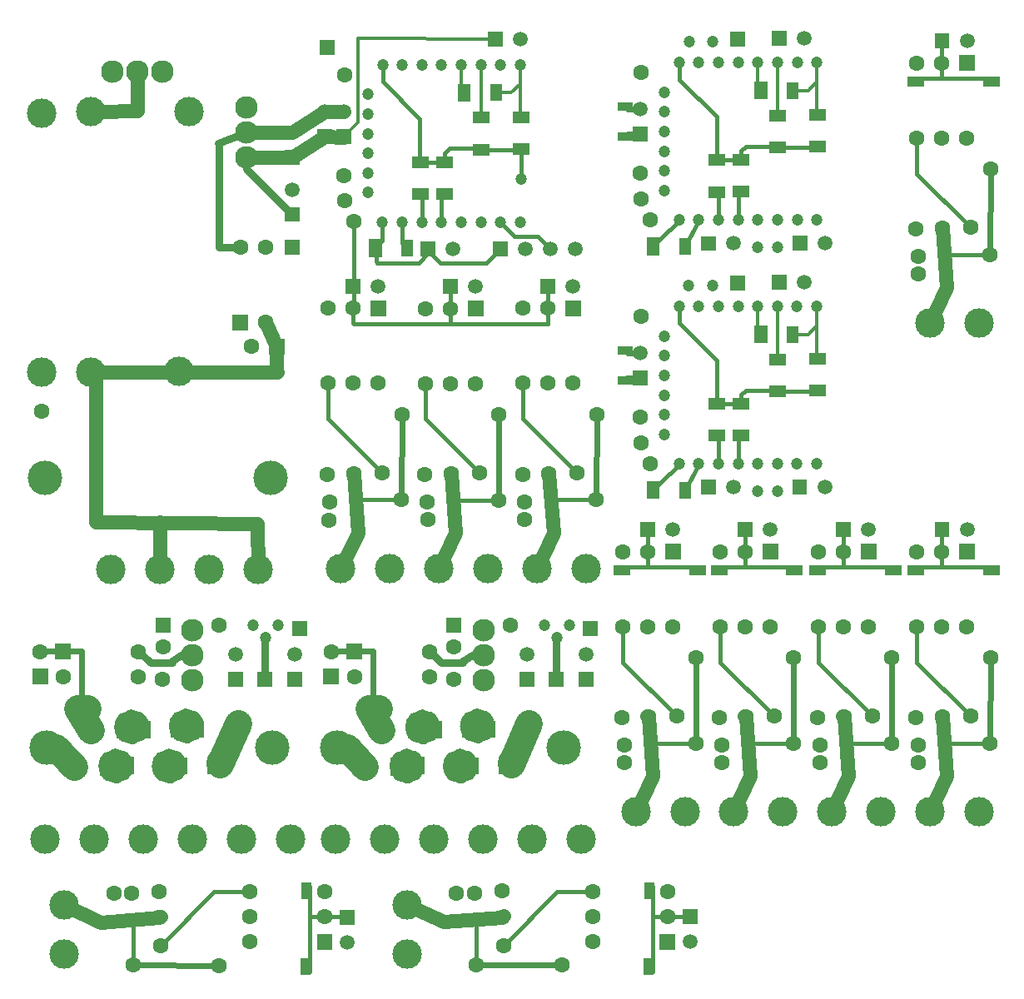
<source format=gbr>
%FSLAX34Y34*%
%MOMM*%
%LNCOPPER_BOTTOM*%
G71*
G01*
%ADD10C, 3.500*%
%ADD11C, 3.000*%
%ADD12C, 2.300*%
%ADD13C, 1.600*%
%ADD14C, 1.600*%
%ADD15C, 1.400*%
%ADD16C, 1.600*%
%ADD17C, 1.400*%
%ADD18C, 0.600*%
%ADD19C, 0.400*%
%ADD20C, 0.800*%
%ADD21C, 1.200*%
%ADD22C, 1.520*%
%ADD23R, 1.800X1.300*%
%ADD24R, 1.300X1.800*%
%ADD25C, 0.300*%
%ADD26R, 1.600X0.870*%
%ADD27R, 1.100X1.800*%
%ADD28R, 1.800X1.100*%
%ADD29C, 1.800*%
%ADD30C, 2.800*%
%ADD31C, 1.200*%
%LPD*%
X24000Y535500D02*
G54D10*
D03*
X254000Y535500D02*
G54D10*
D03*
X70492Y907800D02*
G54D11*
D03*
X170492Y907800D02*
G54D11*
D03*
X20492Y642800D02*
G54D11*
D03*
X70492Y642800D02*
G54D11*
D03*
X24000Y535500D02*
G54D10*
D03*
X254000Y535500D02*
G54D10*
D03*
X24000Y535500D02*
G54D10*
D03*
X254000Y535500D02*
G54D10*
D03*
X229092Y912000D02*
G54D12*
D03*
X229092Y886600D02*
G54D12*
D03*
X229092Y861200D02*
G54D12*
D03*
X229092Y912000D02*
G54D12*
D03*
X229092Y886600D02*
G54D12*
D03*
X229092Y861200D02*
G54D12*
D03*
X575000Y442800D02*
G54D11*
D03*
X525000Y442800D02*
G54D11*
D03*
X241000Y442300D02*
G54D11*
D03*
X191000Y442300D02*
G54D11*
D03*
G36*
X215084Y685400D02*
X215084Y701400D01*
X231084Y701400D01*
X231084Y685400D01*
X215084Y685400D01*
G37*
X248584Y693400D02*
G54D13*
D03*
X223084Y769900D02*
G54D13*
D03*
X248584Y769900D02*
G54D13*
D03*
X234386Y668598D02*
G54D14*
D03*
G36*
X267786Y660598D02*
X251786Y660598D01*
X251786Y676598D01*
X267786Y676598D01*
X267786Y660598D01*
G37*
X475000Y442800D02*
G54D11*
D03*
X425000Y442800D02*
G54D11*
D03*
X20677Y602824D02*
G54D14*
D03*
G54D15*
X241000Y442300D02*
X240600Y488700D01*
X76200Y490200D01*
X76000Y637292D01*
X70492Y642800D01*
G54D15*
X70492Y907800D02*
X77400Y907800D01*
X118000Y908800D01*
X118400Y948800D01*
X160492Y643800D02*
G54D11*
D03*
G54D15*
X70492Y642800D02*
X159492Y642800D01*
X160492Y643800D01*
X20692Y906500D02*
G54D11*
D03*
X143800Y948800D02*
G54D12*
D03*
X118400Y948800D02*
G54D12*
D03*
X93000Y948800D02*
G54D12*
D03*
X143800Y948800D02*
G54D12*
D03*
X118400Y948800D02*
G54D12*
D03*
X93000Y948800D02*
G54D12*
D03*
G54D15*
X248584Y693400D02*
X259484Y668899D01*
X259786Y668598D01*
X259786Y643914D01*
X260700Y643000D01*
X161292Y643000D01*
X160492Y643800D01*
G36*
X371200Y699600D02*
X355200Y699600D01*
X355200Y715600D01*
X371200Y715600D01*
X371200Y699600D01*
G37*
X337800Y707600D02*
G54D16*
D03*
X312400Y707600D02*
G54D16*
D03*
X312400Y631400D02*
G54D16*
D03*
X337800Y631400D02*
G54D16*
D03*
X363200Y631400D02*
G54D16*
D03*
G36*
X370200Y700600D02*
X356200Y700600D01*
X356200Y714600D01*
X370200Y714600D01*
X370200Y700600D01*
G37*
X337800Y707600D02*
G54D17*
D03*
X312400Y707600D02*
G54D17*
D03*
X312400Y631400D02*
G54D17*
D03*
X337800Y631400D02*
G54D17*
D03*
X363200Y631400D02*
G54D17*
D03*
G54D15*
X325000Y442800D02*
X342994Y479553D01*
X338231Y539436D01*
X337214Y540453D01*
G54D18*
X386509Y512896D02*
X387121Y599900D01*
X338231Y539436D02*
G54D14*
D03*
X311646Y538911D02*
G54D14*
D03*
X313743Y510842D02*
G54D14*
D03*
X386509Y512896D02*
G54D14*
D03*
X367231Y540436D02*
G54D14*
D03*
G54D19*
X312400Y631400D02*
X312400Y595267D01*
X367231Y540436D01*
G54D19*
X386509Y512896D02*
X337622Y512896D01*
X336394Y514124D01*
X387122Y599900D02*
G54D14*
D03*
X375000Y442800D02*
G54D11*
D03*
X325000Y442800D02*
G54D11*
D03*
G36*
X470225Y699471D02*
X454225Y699471D01*
X454225Y715471D01*
X470225Y715471D01*
X470225Y699471D01*
G37*
X436825Y707471D02*
G54D16*
D03*
X411425Y707471D02*
G54D16*
D03*
X411425Y631271D02*
G54D16*
D03*
X436825Y631271D02*
G54D16*
D03*
X462225Y631271D02*
G54D16*
D03*
G36*
X469225Y700471D02*
X455225Y700471D01*
X455225Y714471D01*
X469225Y714471D01*
X469225Y700471D01*
G37*
X436825Y707471D02*
G54D17*
D03*
X411425Y707471D02*
G54D17*
D03*
X411425Y631271D02*
G54D17*
D03*
X436825Y631271D02*
G54D17*
D03*
X462225Y631271D02*
G54D17*
D03*
G54D15*
X425000Y442800D02*
X442018Y479424D01*
X437256Y539307D01*
X436239Y540324D01*
G54D18*
X485534Y512768D02*
X486146Y599771D01*
X437256Y539307D02*
G54D14*
D03*
X410671Y538783D02*
G54D14*
D03*
X412768Y510713D02*
G54D14*
D03*
X485534Y512768D02*
G54D14*
D03*
X466256Y540307D02*
G54D14*
D03*
G54D19*
X411425Y631271D02*
X411425Y595138D01*
X466256Y540307D01*
G54D19*
X485534Y512768D02*
X436647Y512768D01*
X435419Y513996D01*
X486147Y599771D02*
G54D14*
D03*
G36*
X569425Y699571D02*
X553425Y699571D01*
X553425Y715571D01*
X569425Y715571D01*
X569425Y699571D01*
G37*
X536025Y707571D02*
G54D16*
D03*
X510625Y707571D02*
G54D16*
D03*
X510625Y631371D02*
G54D16*
D03*
X536025Y631371D02*
G54D16*
D03*
X561425Y631371D02*
G54D16*
D03*
G36*
X568425Y700571D02*
X554425Y700571D01*
X554425Y714571D01*
X568425Y714571D01*
X568425Y700571D01*
G37*
X536025Y707571D02*
G54D17*
D03*
X510625Y707571D02*
G54D17*
D03*
X510625Y631371D02*
G54D17*
D03*
X536025Y631371D02*
G54D17*
D03*
X561425Y631371D02*
G54D17*
D03*
G54D15*
X525000Y442800D02*
X541218Y479524D01*
X536456Y539407D01*
X535439Y540424D01*
G54D18*
X584734Y512868D02*
X585346Y599871D01*
X536456Y539407D02*
G54D14*
D03*
X509871Y538883D02*
G54D14*
D03*
X511968Y510813D02*
G54D14*
D03*
X584734Y512868D02*
G54D14*
D03*
X565456Y540407D02*
G54D14*
D03*
G54D19*
X510625Y631371D02*
X510625Y595238D01*
X565456Y540407D01*
G54D19*
X584734Y512868D02*
X535847Y512868D01*
X534619Y514096D01*
X585347Y599871D02*
G54D14*
D03*
G54D20*
X229092Y886600D02*
X200800Y875200D01*
X201100Y875500D01*
X201000Y769900D01*
X223084Y769900D01*
G54D15*
X229092Y886600D02*
X275600Y886800D01*
X308600Y907900D01*
X328222Y907909D01*
X308600Y907900D01*
G54D15*
X229092Y861200D02*
X275600Y861400D01*
X308600Y882500D01*
X328522Y881606D01*
X328922Y945322D02*
G54D14*
D03*
X328832Y817078D02*
G54D14*
D03*
X507639Y955295D02*
G54D21*
D03*
X487639Y955295D02*
G54D21*
D03*
X467639Y955295D02*
G54D21*
D03*
X447639Y955295D02*
G54D21*
D03*
X427639Y955295D02*
G54D21*
D03*
X407639Y955295D02*
G54D21*
D03*
X387639Y955295D02*
G54D21*
D03*
X367639Y955295D02*
G54D21*
D03*
X352639Y925295D02*
G54D21*
D03*
X352639Y905295D02*
G54D21*
D03*
X352639Y885295D02*
G54D21*
D03*
X352639Y865295D02*
G54D21*
D03*
X352639Y845295D02*
G54D21*
D03*
X352639Y825295D02*
G54D21*
D03*
X367600Y795500D02*
G54D21*
D03*
X387600Y795500D02*
G54D21*
D03*
X407600Y795500D02*
G54D21*
D03*
X427600Y795500D02*
G54D21*
D03*
X447600Y795500D02*
G54D21*
D03*
X467600Y795500D02*
G54D21*
D03*
X487600Y795500D02*
G54D21*
D03*
X507600Y795500D02*
G54D21*
D03*
X338000Y795600D02*
G54D14*
D03*
G54D19*
X338000Y795600D02*
X338300Y767500D01*
X338000Y707800D01*
X337800Y707600D01*
G54D19*
X338000Y692171D02*
X536000Y692171D01*
X536000Y719375D01*
X536025Y734400D01*
G54D19*
X436825Y707471D02*
X436825Y734425D01*
X437000Y734600D01*
X328122Y842878D02*
G54D14*
D03*
X313222Y492178D02*
G54D14*
D03*
X141000Y442300D02*
G54D11*
D03*
X91000Y442300D02*
G54D11*
D03*
G54D15*
X141000Y442300D02*
X141000Y489900D01*
X140900Y490000D01*
X413522Y492878D02*
G54D14*
D03*
X512322Y493278D02*
G54D14*
D03*
G36*
X267800Y795600D02*
X267800Y810800D01*
X283000Y810800D01*
X283000Y795600D01*
X267800Y795600D01*
G37*
X275400Y828600D02*
G54D22*
D03*
G36*
X267800Y777700D02*
X283000Y777700D01*
X283000Y762500D01*
X267800Y762500D01*
X267800Y777700D01*
G37*
G36*
X268000Y853800D02*
X268000Y869000D01*
X283200Y869000D01*
X283200Y853800D01*
X268000Y853800D01*
G37*
X275600Y886800D02*
G54D22*
D03*
G54D20*
X229092Y861200D02*
X229092Y849508D01*
X275400Y803200D01*
G36*
X303400Y980800D02*
X318600Y980800D01*
X318600Y965600D01*
X303400Y965600D01*
X303400Y980800D01*
G37*
G36*
X301000Y874900D02*
X301000Y890100D01*
X316200Y890100D01*
X316200Y874900D01*
X301000Y874900D01*
G37*
X308600Y907900D02*
G54D22*
D03*
G36*
X320622Y874909D02*
X320622Y890109D01*
X335822Y890109D01*
X335822Y874909D01*
X320622Y874909D01*
G37*
X328222Y907909D02*
G54D22*
D03*
G36*
X474600Y989400D02*
X489800Y989400D01*
X489800Y974200D01*
X474600Y974200D01*
X474600Y989400D01*
G37*
X507600Y981800D02*
G54D22*
D03*
G54D19*
X337800Y707600D02*
X337800Y692371D01*
X338000Y692171D01*
G54D19*
X436825Y707471D02*
X436825Y692075D01*
X437000Y691900D01*
G36*
X330300Y737600D02*
X345500Y737600D01*
X345500Y722400D01*
X330300Y722400D01*
X330300Y737600D01*
G37*
X363300Y730000D02*
G54D22*
D03*
G36*
X429400Y737600D02*
X444600Y737600D01*
X444600Y722400D01*
X429400Y722400D01*
X429400Y737600D01*
G37*
X462400Y730000D02*
G54D22*
D03*
G36*
X528300Y737600D02*
X543500Y737600D01*
X543500Y722400D01*
X528300Y722400D01*
X528300Y737600D01*
G37*
X561300Y730000D02*
G54D22*
D03*
X508401Y902216D02*
G54D23*
D03*
X508301Y869716D02*
G54D23*
D03*
X467701Y901516D02*
G54D23*
D03*
X467601Y869016D02*
G54D23*
D03*
G36*
X444212Y936028D02*
X457212Y936028D01*
X457212Y918028D01*
X444212Y918028D01*
X444212Y936028D01*
G37*
X483212Y926928D02*
G54D24*
D03*
X406101Y856416D02*
G54D23*
D03*
X406001Y823916D02*
G54D23*
D03*
X430801Y856516D02*
G54D23*
D03*
X430701Y824016D02*
G54D23*
D03*
G36*
X353912Y778028D02*
X366912Y778028D01*
X366912Y760028D01*
X353912Y760028D01*
X353912Y778028D01*
G37*
X392912Y768928D02*
G54D24*
D03*
G54D19*
X367600Y795500D02*
X367600Y776216D01*
X360412Y769028D01*
G54D19*
X387600Y795500D02*
X387600Y774239D01*
X392912Y768928D01*
G54D19*
X407600Y795500D02*
X407600Y822317D01*
X406001Y823916D01*
G54D19*
X427600Y795500D02*
X427600Y820915D01*
X430701Y824016D01*
G36*
X406200Y775500D02*
X421400Y775500D01*
X421400Y760300D01*
X406200Y760300D01*
X406200Y775500D01*
G37*
X439200Y767900D02*
G54D22*
D03*
G54D19*
X413800Y767900D02*
X413800Y763600D01*
X404100Y753900D01*
X362500Y753900D01*
X361200Y755200D01*
X361200Y768239D01*
X360412Y769028D01*
G36*
X479700Y775800D02*
X494900Y775800D01*
X494900Y760600D01*
X479700Y760600D01*
X479700Y775800D01*
G37*
X512700Y768200D02*
G54D22*
D03*
X538100Y768200D02*
G54D22*
D03*
X563500Y768200D02*
G54D22*
D03*
G54D19*
X413800Y767900D02*
X413800Y766300D01*
X426500Y753600D01*
X472700Y753600D01*
X487300Y768200D01*
G54D19*
X487600Y795500D02*
X487700Y795500D01*
X502200Y781000D01*
X525300Y781000D01*
X538100Y768200D01*
G54D25*
X467600Y955500D02*
X467600Y901617D01*
X467701Y901516D01*
G54D25*
X507600Y955500D02*
X507600Y903017D01*
X508401Y902216D01*
G54D25*
X447600Y955500D02*
X447600Y930139D01*
X450712Y927028D01*
G54D25*
X507639Y955295D02*
X507639Y935739D01*
X498800Y926900D01*
X483239Y926900D01*
X483212Y926928D01*
G54D19*
X367639Y955295D02*
X367639Y938261D01*
X405700Y900200D01*
X405700Y856817D01*
X406101Y856416D01*
X430701Y856416D01*
X430801Y856516D01*
X430801Y865701D01*
X435500Y870400D01*
X466217Y870400D01*
X467601Y869016D01*
X507601Y869016D01*
X508301Y869716D01*
X508301Y839501D01*
X508100Y839300D01*
X508301Y839501D02*
G54D21*
D03*
G54D25*
X482200Y981800D02*
X342600Y981900D01*
X342600Y897000D01*
X340800Y895200D01*
X340800Y895088D01*
X328222Y882509D01*
X630622Y947422D02*
G54D14*
D03*
X630532Y819178D02*
G54D14*
D03*
X809339Y957395D02*
G54D21*
D03*
X789339Y957395D02*
G54D21*
D03*
X769339Y957395D02*
G54D21*
D03*
X749339Y957395D02*
G54D21*
D03*
X729339Y957395D02*
G54D21*
D03*
X709339Y957395D02*
G54D21*
D03*
X689339Y957395D02*
G54D21*
D03*
X669339Y957395D02*
G54D21*
D03*
X654339Y927395D02*
G54D21*
D03*
X654339Y907395D02*
G54D21*
D03*
X654339Y887395D02*
G54D21*
D03*
X654339Y867395D02*
G54D21*
D03*
X654339Y847395D02*
G54D21*
D03*
X654339Y827395D02*
G54D21*
D03*
X669300Y797600D02*
G54D21*
D03*
X689300Y797600D02*
G54D21*
D03*
X709300Y797600D02*
G54D21*
D03*
X729300Y797600D02*
G54D21*
D03*
X749300Y797600D02*
G54D21*
D03*
X769300Y797600D02*
G54D21*
D03*
X789300Y797600D02*
G54D21*
D03*
X809300Y797600D02*
G54D21*
D03*
X639700Y797700D02*
G54D14*
D03*
X629822Y844978D02*
G54D14*
D03*
G36*
X736216Y974095D02*
X721016Y974095D01*
X721016Y989295D01*
X736216Y989295D01*
X736216Y974095D01*
G37*
X614222Y912609D02*
G54D26*
D03*
X614222Y882209D02*
G54D26*
D03*
G36*
X622322Y877009D02*
X622322Y892209D01*
X637522Y892209D01*
X637522Y877009D01*
X622322Y877009D01*
G37*
X629922Y910009D02*
G54D22*
D03*
G36*
X763300Y989500D02*
X778500Y989500D01*
X778500Y974300D01*
X763300Y974300D01*
X763300Y989500D01*
G37*
X796300Y981900D02*
G54D22*
D03*
X810101Y904316D02*
G54D23*
D03*
X810001Y871816D02*
G54D23*
D03*
X769401Y903616D02*
G54D23*
D03*
X769301Y871116D02*
G54D23*
D03*
G36*
X745912Y938128D02*
X758912Y938128D01*
X758912Y920128D01*
X745912Y920128D01*
X745912Y938128D01*
G37*
X784912Y929028D02*
G54D24*
D03*
X707801Y858516D02*
G54D23*
D03*
X707701Y826016D02*
G54D23*
D03*
X732501Y858616D02*
G54D23*
D03*
X732401Y826116D02*
G54D23*
D03*
G36*
X636212Y779728D02*
X649212Y779728D01*
X649212Y761728D01*
X636212Y761728D01*
X636212Y779728D01*
G37*
X675212Y770628D02*
G54D24*
D03*
G54D19*
X669700Y796800D02*
X649900Y777916D01*
X642712Y770728D01*
G54D19*
X689300Y797200D02*
X675212Y770628D01*
G54D19*
X709300Y797600D02*
X709300Y824417D01*
X707701Y826016D01*
G54D19*
X729300Y797600D02*
X729300Y823015D01*
X732401Y826116D01*
G36*
X691500Y781200D02*
X706700Y781200D01*
X706700Y766000D01*
X691500Y766000D01*
X691500Y781200D01*
G37*
X724500Y773600D02*
G54D22*
D03*
G54D25*
X769300Y957600D02*
X769300Y903717D01*
X769401Y903616D01*
G54D25*
X809300Y957600D02*
X809300Y905117D01*
X810101Y904316D01*
G54D25*
X749300Y957600D02*
X749300Y932239D01*
X752412Y929128D01*
G54D25*
X809339Y957395D02*
X809339Y937839D01*
X800500Y929000D01*
X784939Y929000D01*
X784912Y929028D01*
G54D19*
X669339Y957395D02*
X669339Y940361D01*
X707400Y902300D01*
X707400Y858917D01*
X707801Y858516D01*
X732401Y858516D01*
X732501Y858616D01*
X732501Y867801D01*
X737200Y872500D01*
X767917Y872500D01*
X769301Y871116D01*
X809301Y871116D01*
X810001Y871816D01*
X703239Y979195D02*
G54D21*
D03*
X679239Y979195D02*
G54D21*
D03*
X749400Y770100D02*
G54D21*
D03*
X769400Y770100D02*
G54D21*
D03*
G54D18*
X629922Y910009D02*
X616822Y910009D01*
X614222Y912609D01*
G54D18*
X629922Y884609D02*
X616622Y884609D01*
X614222Y882209D01*
G36*
X784300Y781500D02*
X799500Y781500D01*
X799500Y766300D01*
X784300Y766300D01*
X784300Y781500D01*
G37*
X817300Y773900D02*
G54D22*
D03*
X630522Y699422D02*
G54D14*
D03*
X630432Y571178D02*
G54D14*
D03*
X809239Y709395D02*
G54D21*
D03*
X789239Y709395D02*
G54D21*
D03*
X769239Y709395D02*
G54D21*
D03*
X749239Y709395D02*
G54D21*
D03*
X729239Y709395D02*
G54D21*
D03*
X709239Y709395D02*
G54D21*
D03*
X689239Y709395D02*
G54D21*
D03*
X669239Y709395D02*
G54D21*
D03*
X654239Y679395D02*
G54D21*
D03*
X654239Y659395D02*
G54D21*
D03*
X654239Y639395D02*
G54D21*
D03*
X654239Y619395D02*
G54D21*
D03*
X654239Y599395D02*
G54D21*
D03*
X654239Y579395D02*
G54D21*
D03*
X669200Y549600D02*
G54D21*
D03*
X689200Y549600D02*
G54D21*
D03*
X709200Y549600D02*
G54D21*
D03*
X729200Y549600D02*
G54D21*
D03*
X749200Y549600D02*
G54D21*
D03*
X769200Y549600D02*
G54D21*
D03*
X789200Y549600D02*
G54D21*
D03*
X809200Y549600D02*
G54D21*
D03*
X639600Y549700D02*
G54D14*
D03*
X629722Y596978D02*
G54D14*
D03*
G36*
X736116Y726095D02*
X720916Y726095D01*
X720916Y741295D01*
X736116Y741295D01*
X736116Y726095D01*
G37*
X614122Y664609D02*
G54D26*
D03*
X614122Y634209D02*
G54D26*
D03*
G36*
X622222Y629009D02*
X622222Y644209D01*
X637422Y644209D01*
X637422Y629009D01*
X622222Y629009D01*
G37*
X629822Y662009D02*
G54D22*
D03*
G36*
X763200Y741500D02*
X778400Y741500D01*
X778400Y726300D01*
X763200Y726300D01*
X763200Y741500D01*
G37*
X796200Y733900D02*
G54D22*
D03*
X810001Y656316D02*
G54D23*
D03*
X809901Y623816D02*
G54D23*
D03*
X769301Y655616D02*
G54D23*
D03*
X769201Y623116D02*
G54D23*
D03*
G36*
X745812Y690128D02*
X758812Y690128D01*
X758812Y672128D01*
X745812Y672128D01*
X745812Y690128D01*
G37*
X784812Y681028D02*
G54D24*
D03*
X707701Y610516D02*
G54D23*
D03*
X707601Y578016D02*
G54D23*
D03*
X732401Y610616D02*
G54D23*
D03*
X732301Y578116D02*
G54D23*
D03*
G36*
X636112Y531728D02*
X649112Y531728D01*
X649112Y513728D01*
X636112Y513728D01*
X636112Y531728D01*
G37*
X675112Y522628D02*
G54D24*
D03*
G54D19*
X669600Y548800D02*
X649800Y529916D01*
X642612Y522728D01*
G54D19*
X689200Y549200D02*
X675112Y522628D01*
G54D19*
X709200Y549600D02*
X709200Y576417D01*
X707601Y578016D01*
G54D19*
X729200Y549600D02*
X729200Y575015D01*
X732301Y578116D01*
G36*
X691400Y533200D02*
X706600Y533200D01*
X706600Y518000D01*
X691400Y518000D01*
X691400Y533200D01*
G37*
X724400Y525600D02*
G54D22*
D03*
G54D25*
X769200Y709600D02*
X769200Y655717D01*
X769301Y655616D01*
G54D25*
X809200Y709600D02*
X809200Y657117D01*
X810001Y656316D01*
G54D25*
X749200Y709600D02*
X749200Y684239D01*
X752312Y681128D01*
G54D25*
X809239Y709395D02*
X809239Y689839D01*
X800400Y681000D01*
X784839Y681000D01*
X784812Y681028D01*
G54D19*
X669239Y709395D02*
X669239Y692361D01*
X707300Y654300D01*
X707300Y610917D01*
X707701Y610516D01*
X732301Y610516D01*
X732401Y610616D01*
X732401Y619801D01*
X737100Y624500D01*
X767817Y624500D01*
X769201Y623116D01*
X809201Y623116D01*
X809901Y623816D01*
X703139Y731195D02*
G54D21*
D03*
X679139Y731195D02*
G54D21*
D03*
X749300Y522100D02*
G54D21*
D03*
X769300Y522100D02*
G54D21*
D03*
G54D18*
X629822Y662009D02*
X616722Y662009D01*
X614122Y664609D01*
G54D18*
X629822Y636609D02*
X616522Y636609D01*
X614122Y634209D01*
G36*
X784200Y533500D02*
X799400Y533500D01*
X799400Y518300D01*
X784200Y518300D01*
X784200Y533500D01*
G37*
X817200Y525900D02*
G54D22*
D03*
X392882Y50736D02*
G54D11*
D03*
X392882Y100736D02*
G54D11*
D03*
G36*
X649553Y55511D02*
X649553Y71511D01*
X665553Y71511D01*
X665553Y55511D01*
X649553Y55511D01*
G37*
X657553Y88911D02*
G54D16*
D03*
X657553Y114311D02*
G54D16*
D03*
X581353Y114311D02*
G54D16*
D03*
X581353Y88911D02*
G54D16*
D03*
X581353Y63511D02*
G54D16*
D03*
G36*
X650553Y56511D02*
X650553Y70511D01*
X664553Y70511D01*
X664553Y56511D01*
X650553Y56511D01*
G37*
X657553Y88911D02*
G54D17*
D03*
X657553Y114311D02*
G54D17*
D03*
X581353Y114311D02*
G54D17*
D03*
X581353Y88911D02*
G54D17*
D03*
X581353Y63511D02*
G54D17*
D03*
G54D15*
X392882Y100736D02*
X429506Y83718D01*
X489389Y88480D01*
X490406Y89497D01*
G54D18*
X462849Y40202D02*
X549853Y39590D01*
X489389Y88480D02*
G54D14*
D03*
X488864Y115066D02*
G54D14*
D03*
X460795Y112968D02*
G54D14*
D03*
X462849Y40202D02*
G54D14*
D03*
X490389Y59480D02*
G54D14*
D03*
G54D19*
X581353Y114311D02*
X545220Y114311D01*
X490389Y59480D01*
G54D19*
X462849Y40202D02*
X462849Y89089D01*
X464077Y90317D01*
X549853Y39590D02*
G54D14*
D03*
G54D19*
X657553Y88911D02*
X684507Y88911D01*
X684682Y88736D01*
X442960Y113014D02*
G54D14*
D03*
G54D19*
X657553Y88911D02*
X642157Y88911D01*
X641982Y88736D01*
G36*
X687682Y96336D02*
X687682Y81136D01*
X672482Y81136D01*
X672482Y96336D01*
X687682Y96336D01*
G37*
X680082Y63336D02*
G54D22*
D03*
G54D19*
X642082Y89136D02*
X642082Y119636D01*
G54D19*
X642082Y88936D02*
X642082Y33536D01*
X642282Y33336D01*
X638582Y115236D02*
G54D27*
D03*
X638482Y38636D02*
G54D27*
D03*
X44082Y50536D02*
G54D11*
D03*
X44082Y100536D02*
G54D11*
D03*
G36*
X300753Y55311D02*
X300753Y71311D01*
X316753Y71311D01*
X316753Y55311D01*
X300753Y55311D01*
G37*
X308753Y88711D02*
G54D16*
D03*
X308753Y114111D02*
G54D16*
D03*
X232553Y114111D02*
G54D16*
D03*
X232553Y88711D02*
G54D16*
D03*
X232553Y63311D02*
G54D16*
D03*
G36*
X301753Y56311D02*
X301753Y70311D01*
X315753Y70311D01*
X315753Y56311D01*
X301753Y56311D01*
G37*
X308753Y88711D02*
G54D17*
D03*
X308753Y114111D02*
G54D17*
D03*
X232553Y114111D02*
G54D17*
D03*
X232553Y88711D02*
G54D17*
D03*
X232553Y63311D02*
G54D17*
D03*
G54D15*
X44082Y100536D02*
X80706Y83518D01*
X140589Y88280D01*
X141606Y89297D01*
G54D18*
X114049Y40002D02*
X201053Y39390D01*
X140589Y88280D02*
G54D14*
D03*
X140064Y114866D02*
G54D14*
D03*
X111995Y112768D02*
G54D14*
D03*
X114049Y40002D02*
G54D14*
D03*
X141589Y59280D02*
G54D14*
D03*
G54D19*
X232553Y114111D02*
X196420Y114111D01*
X141589Y59280D01*
G54D19*
X114049Y40002D02*
X114049Y88889D01*
X115277Y90117D01*
X201053Y39390D02*
G54D14*
D03*
G54D19*
X308753Y88711D02*
X335707Y88711D01*
X335882Y88536D01*
X94160Y112814D02*
G54D14*
D03*
G54D19*
X308753Y88711D02*
X293357Y88711D01*
X293182Y88536D01*
G36*
X338882Y96136D02*
X338882Y80936D01*
X323682Y80936D01*
X323682Y96136D01*
X338882Y96136D01*
G37*
X331282Y63136D02*
G54D22*
D03*
G54D19*
X293282Y88936D02*
X293282Y119436D01*
G54D19*
X293282Y88736D02*
X293282Y33336D01*
X293482Y33136D01*
X289782Y115036D02*
G54D27*
D03*
X289682Y38436D02*
G54D27*
D03*
X974575Y692329D02*
G54D11*
D03*
X924575Y692329D02*
G54D11*
D03*
G36*
X969800Y949000D02*
X953800Y949000D01*
X953800Y965000D01*
X969800Y965000D01*
X969800Y949000D01*
G37*
X936400Y957000D02*
G54D16*
D03*
X911000Y957000D02*
G54D16*
D03*
X911000Y880800D02*
G54D16*
D03*
X936400Y880800D02*
G54D16*
D03*
X961800Y880800D02*
G54D16*
D03*
G36*
X968800Y964000D02*
X954800Y964000D01*
X954800Y950000D01*
X968800Y950000D01*
X968800Y964000D01*
G37*
X936400Y957000D02*
G54D17*
D03*
X911000Y957000D02*
G54D17*
D03*
X911000Y880800D02*
G54D17*
D03*
X936400Y880800D02*
G54D17*
D03*
X961800Y880800D02*
G54D17*
D03*
G54D15*
X924575Y692329D02*
X941594Y728953D01*
X936831Y788836D01*
X935814Y789853D01*
G54D18*
X985109Y762296D02*
X985721Y849300D01*
X936831Y788836D02*
G54D14*
D03*
X910246Y788311D02*
G54D14*
D03*
X912343Y760242D02*
G54D14*
D03*
X985109Y762296D02*
G54D14*
D03*
X965831Y789836D02*
G54D14*
D03*
G54D19*
X911000Y880800D02*
X911000Y844667D01*
X965831Y789836D01*
G54D19*
X985109Y762296D02*
X936222Y762296D01*
X934994Y763524D01*
X985722Y849300D02*
G54D14*
D03*
G54D19*
X936400Y957000D02*
X936400Y983954D01*
X936575Y984129D01*
X912297Y742407D02*
G54D14*
D03*
G54D19*
X936400Y957000D02*
X936400Y941604D01*
X936575Y941429D01*
G36*
X928975Y987129D02*
X944175Y987129D01*
X944175Y971929D01*
X928975Y971929D01*
X928975Y987129D01*
G37*
X961975Y979529D02*
G54D22*
D03*
G54D19*
X936175Y941529D02*
X905675Y941529D01*
G54D19*
X936375Y941529D02*
X991775Y941529D01*
X991975Y941729D01*
X910075Y938029D02*
G54D28*
D03*
X986675Y937929D02*
G54D28*
D03*
X675575Y195329D02*
G54D11*
D03*
X625575Y195329D02*
G54D11*
D03*
G36*
X670800Y452000D02*
X654800Y452000D01*
X654800Y468000D01*
X670800Y468000D01*
X670800Y452000D01*
G37*
X637400Y460000D02*
G54D16*
D03*
X612000Y460000D02*
G54D16*
D03*
X612000Y383800D02*
G54D16*
D03*
X637400Y383800D02*
G54D16*
D03*
X662800Y383800D02*
G54D16*
D03*
G36*
X669800Y453000D02*
X655800Y453000D01*
X655800Y467000D01*
X669800Y467000D01*
X669800Y453000D01*
G37*
X637400Y460000D02*
G54D17*
D03*
X612000Y460000D02*
G54D17*
D03*
X612000Y383800D02*
G54D17*
D03*
X637400Y383800D02*
G54D17*
D03*
X662800Y383800D02*
G54D17*
D03*
G54D15*
X625575Y195329D02*
X642594Y231953D01*
X637831Y291836D01*
X636814Y292853D01*
G54D18*
X686109Y265296D02*
X686721Y352300D01*
X637831Y291836D02*
G54D14*
D03*
X611246Y291311D02*
G54D14*
D03*
X613343Y263242D02*
G54D14*
D03*
X686109Y265296D02*
G54D14*
D03*
X666831Y292836D02*
G54D14*
D03*
G54D19*
X612000Y383800D02*
X612000Y347667D01*
X666831Y292836D01*
G54D19*
X686109Y265296D02*
X637222Y265296D01*
X635994Y266524D01*
X686722Y352300D02*
G54D14*
D03*
G54D19*
X637400Y460000D02*
X637400Y486954D01*
X637575Y487129D01*
X613297Y245407D02*
G54D14*
D03*
G54D19*
X637400Y460000D02*
X637400Y444604D01*
X637575Y444429D01*
G36*
X629975Y490129D02*
X645175Y490129D01*
X645175Y474929D01*
X629975Y474929D01*
X629975Y490129D01*
G37*
X662975Y482529D02*
G54D22*
D03*
G54D19*
X637175Y444529D02*
X606675Y444529D01*
G54D19*
X637375Y444529D02*
X692775Y444529D01*
X692975Y444729D01*
X611075Y441029D02*
G54D28*
D03*
X687675Y440929D02*
G54D28*
D03*
X25820Y260700D02*
G54D10*
D03*
X255820Y260700D02*
G54D10*
D03*
X25820Y260700D02*
G54D10*
D03*
X255820Y260700D02*
G54D10*
D03*
X25820Y260700D02*
G54D10*
D03*
X255820Y260700D02*
G54D10*
D03*
G36*
X34832Y366461D02*
X50832Y366461D01*
X50832Y350461D01*
X34832Y350461D01*
X34832Y366461D01*
G37*
X42832Y332961D02*
G54D13*
D03*
X119332Y358461D02*
G54D13*
D03*
X119332Y332961D02*
G54D13*
D03*
X19385Y358696D02*
G54D14*
D03*
G36*
X11385Y325296D02*
X11385Y341296D01*
X27385Y341296D01*
X27385Y325296D01*
X11385Y325296D01*
G37*
X201377Y385724D02*
G54D14*
D03*
X273880Y167700D02*
G54D11*
D03*
X223880Y167700D02*
G54D11*
D03*
X173880Y167700D02*
G54D11*
D03*
X123880Y167700D02*
G54D11*
D03*
X73900Y167700D02*
G54D11*
D03*
X23900Y167700D02*
G54D11*
D03*
G36*
X63975Y287399D02*
X76975Y287399D01*
X76975Y269399D01*
X63975Y269399D01*
X63975Y287399D01*
G37*
X102975Y278299D02*
G54D24*
D03*
X53756Y241499D02*
G54D24*
D03*
G36*
X79756Y250399D02*
X92756Y250399D01*
X92756Y232399D01*
X79756Y232399D01*
X79756Y250399D01*
G37*
X163075Y242499D02*
G54D24*
D03*
X195575Y242399D02*
G54D24*
D03*
G36*
X101575Y251499D02*
X114575Y251499D01*
X114576Y233499D01*
X101576Y233499D01*
X101575Y251499D01*
G37*
X140575Y242399D02*
G54D24*
D03*
X180476Y279399D02*
G54D24*
D03*
X212975Y279299D02*
G54D24*
D03*
G36*
X118975Y288399D02*
X131975Y288399D01*
X131976Y270399D01*
X118976Y270399D01*
X118975Y288399D01*
G37*
X157975Y279299D02*
G54D24*
D03*
G54D29*
G75*
G01X121484Y281865D02*
G03X121484Y281865I-9000J0D01*
G01*
G54D29*
G75*
G01X177164Y282865D02*
G03X177164Y282865I-9000J0D01*
G01*
G54D29*
G75*
G01X105445Y242065D02*
G03X105445Y242065I-9000J0D01*
G01*
G54D29*
G75*
G01X159764Y242065D02*
G03X159764Y242065I-9000J0D01*
G01*
G54D30*
X220475Y285599D02*
X202223Y243703D01*
X202223Y246703D01*
G54D30*
X70475Y278399D02*
X57476Y301137D01*
X67652Y300961D01*
G54D30*
X25820Y260700D02*
X35555Y260700D01*
X53756Y241499D01*
X174501Y380403D02*
G54D12*
D03*
X174501Y355003D02*
G54D12*
D03*
X174501Y329603D02*
G54D12*
D03*
X174501Y380403D02*
G54D12*
D03*
X174501Y355003D02*
G54D12*
D03*
X174501Y329603D02*
G54D12*
D03*
X144047Y329973D02*
G54D14*
D03*
G36*
X270771Y322879D02*
X270771Y338079D01*
X285971Y338079D01*
X285971Y322879D01*
X270771Y322879D01*
G37*
X278371Y355879D02*
G54D22*
D03*
G36*
X210771Y322879D02*
X210771Y338079D01*
X225971Y338079D01*
X225971Y322879D01*
X210771Y322879D01*
G37*
X218371Y355879D02*
G54D22*
D03*
G36*
X136606Y392995D02*
X151806Y392995D01*
X151806Y377795D01*
X136606Y377795D01*
X136606Y392995D01*
G37*
X236100Y385550D02*
G54D31*
D03*
X248800Y372850D02*
G54D31*
D03*
X261500Y385550D02*
G54D31*
D03*
X236100Y385550D02*
G54D31*
D03*
X248800Y372850D02*
G54D31*
D03*
X261500Y385550D02*
G54D31*
D03*
X144147Y363473D02*
G54D14*
D03*
G54D20*
X119332Y358461D02*
X120039Y358461D01*
X131500Y347000D01*
X153500Y347000D01*
X153500Y349000D01*
X162500Y355000D01*
X174501Y355003D01*
G36*
X240606Y337995D02*
X255806Y337995D01*
X255806Y322795D01*
X240606Y322795D01*
X240606Y337995D01*
G37*
G36*
X275606Y389995D02*
X290806Y389995D01*
X290806Y374795D01*
X275606Y374795D01*
X275606Y389995D01*
G37*
G54D20*
X248206Y330395D02*
X248206Y373444D01*
X248800Y372850D01*
G54D18*
X61500Y302000D02*
X61500Y359000D01*
X42500Y359000D01*
X19500Y359000D01*
X321820Y260700D02*
G54D10*
D03*
X551820Y260700D02*
G54D10*
D03*
X321820Y260700D02*
G54D10*
D03*
X551820Y260700D02*
G54D10*
D03*
X321820Y260700D02*
G54D10*
D03*
X551820Y260700D02*
G54D10*
D03*
G36*
X330832Y366461D02*
X346832Y366461D01*
X346832Y350461D01*
X330832Y350461D01*
X330832Y366461D01*
G37*
X338832Y332961D02*
G54D13*
D03*
X415332Y358461D02*
G54D13*
D03*
X415332Y332961D02*
G54D13*
D03*
X315385Y358696D02*
G54D14*
D03*
G36*
X307385Y325296D02*
X307385Y341296D01*
X323385Y341296D01*
X323385Y325296D01*
X307385Y325296D01*
G37*
X497377Y385724D02*
G54D14*
D03*
X569880Y167700D02*
G54D11*
D03*
X519880Y167700D02*
G54D11*
D03*
X469880Y167700D02*
G54D11*
D03*
X419880Y167700D02*
G54D11*
D03*
X369900Y167700D02*
G54D11*
D03*
X319900Y167700D02*
G54D11*
D03*
G36*
X359975Y287399D02*
X372975Y287399D01*
X372976Y269399D01*
X359976Y269399D01*
X359975Y287399D01*
G37*
X398975Y278299D02*
G54D24*
D03*
X349756Y241499D02*
G54D24*
D03*
G36*
X375756Y250399D02*
X388756Y250399D01*
X388756Y232399D01*
X375756Y232399D01*
X375756Y250399D01*
G37*
X459075Y242499D02*
G54D24*
D03*
X491575Y242399D02*
G54D24*
D03*
G36*
X397575Y251499D02*
X410575Y251499D01*
X410576Y233499D01*
X397576Y233499D01*
X397575Y251499D01*
G37*
X436575Y242399D02*
G54D24*
D03*
X476476Y279399D02*
G54D24*
D03*
X508975Y279299D02*
G54D24*
D03*
G36*
X414975Y288399D02*
X427975Y288399D01*
X427976Y270399D01*
X414976Y270399D01*
X414975Y288399D01*
G37*
X453975Y279299D02*
G54D24*
D03*
G54D29*
G75*
G01X417484Y281865D02*
G03X417484Y281865I-9000J0D01*
G01*
G54D29*
G75*
G01X473164Y282865D02*
G03X473164Y282865I-9000J0D01*
G01*
G54D29*
G75*
G01X401445Y242065D02*
G03X401445Y242065I-9000J0D01*
G01*
G54D29*
G75*
G01X455764Y242065D02*
G03X455764Y242065I-9000J0D01*
G01*
G54D30*
X516475Y285599D02*
X498223Y243703D01*
X498223Y246703D01*
G54D30*
X366475Y278399D02*
X353476Y301137D01*
X363652Y300961D01*
G54D30*
X321820Y260700D02*
X331555Y260700D01*
X349756Y241499D01*
X470501Y380403D02*
G54D12*
D03*
X470501Y355003D02*
G54D12*
D03*
X470501Y329603D02*
G54D12*
D03*
X470501Y380403D02*
G54D12*
D03*
X470501Y355003D02*
G54D12*
D03*
X470501Y329603D02*
G54D12*
D03*
X440047Y329973D02*
G54D14*
D03*
G36*
X566771Y322879D02*
X566771Y338079D01*
X581971Y338079D01*
X581971Y322879D01*
X566771Y322879D01*
G37*
X574371Y355879D02*
G54D22*
D03*
G36*
X506771Y322879D02*
X506771Y338079D01*
X521971Y338079D01*
X521971Y322879D01*
X506771Y322879D01*
G37*
X514371Y355879D02*
G54D22*
D03*
G36*
X432606Y392995D02*
X447806Y392995D01*
X447806Y377795D01*
X432606Y377795D01*
X432606Y392995D01*
G37*
X532100Y385550D02*
G54D31*
D03*
X544800Y372850D02*
G54D31*
D03*
X557500Y385550D02*
G54D31*
D03*
X532100Y385550D02*
G54D31*
D03*
X544800Y372850D02*
G54D31*
D03*
X557500Y385550D02*
G54D31*
D03*
X440147Y363473D02*
G54D14*
D03*
G54D20*
X415332Y358461D02*
X416039Y358461D01*
X427500Y347000D01*
X449500Y347000D01*
X449500Y349000D01*
X458500Y355000D01*
X470501Y355003D01*
G36*
X536606Y337995D02*
X551806Y337995D01*
X551806Y322795D01*
X536606Y322795D01*
X536606Y337995D01*
G37*
G36*
X571606Y389995D02*
X586806Y389995D01*
X586806Y374795D01*
X571606Y374795D01*
X571606Y389995D01*
G37*
G54D20*
X544206Y330395D02*
X544206Y373444D01*
X544800Y372850D01*
G54D18*
X357500Y302000D02*
X357500Y359000D01*
X338500Y359000D01*
X315500Y359000D01*
X774575Y195329D02*
G54D11*
D03*
X724575Y195329D02*
G54D11*
D03*
G36*
X769800Y452000D02*
X753800Y452000D01*
X753800Y468000D01*
X769800Y468000D01*
X769800Y452000D01*
G37*
X736400Y460000D02*
G54D16*
D03*
X711000Y460000D02*
G54D16*
D03*
X711000Y383800D02*
G54D16*
D03*
X736400Y383800D02*
G54D16*
D03*
X761800Y383800D02*
G54D16*
D03*
G36*
X768800Y453000D02*
X754800Y453000D01*
X754800Y467000D01*
X768800Y467000D01*
X768800Y453000D01*
G37*
X736400Y460000D02*
G54D17*
D03*
X711000Y460000D02*
G54D17*
D03*
X711000Y383800D02*
G54D17*
D03*
X736400Y383800D02*
G54D17*
D03*
X761800Y383800D02*
G54D17*
D03*
G54D15*
X724575Y195329D02*
X741594Y231953D01*
X736831Y291836D01*
X735814Y292853D01*
G54D18*
X785109Y265296D02*
X785721Y352300D01*
X736831Y291836D02*
G54D14*
D03*
X710246Y291311D02*
G54D14*
D03*
X712343Y263242D02*
G54D14*
D03*
X785109Y265296D02*
G54D14*
D03*
X765831Y292836D02*
G54D14*
D03*
G54D19*
X711000Y383800D02*
X711000Y347667D01*
X765831Y292836D01*
G54D19*
X785109Y265296D02*
X736222Y265296D01*
X734994Y266524D01*
X785722Y352300D02*
G54D14*
D03*
G54D19*
X736400Y460000D02*
X736400Y486954D01*
X736575Y487129D01*
X712297Y245407D02*
G54D14*
D03*
G54D19*
X736400Y460000D02*
X736400Y444604D01*
X736575Y444429D01*
G36*
X728975Y490129D02*
X744175Y490129D01*
X744175Y474929D01*
X728975Y474929D01*
X728975Y490129D01*
G37*
X761975Y482529D02*
G54D22*
D03*
G54D19*
X736175Y444529D02*
X705675Y444529D01*
G54D19*
X736375Y444529D02*
X791775Y444529D01*
X791975Y444729D01*
X710075Y441029D02*
G54D28*
D03*
X786675Y440929D02*
G54D28*
D03*
X974575Y195329D02*
G54D11*
D03*
X924575Y195329D02*
G54D11*
D03*
G36*
X969800Y452000D02*
X953800Y452000D01*
X953800Y468000D01*
X969800Y468000D01*
X969800Y452000D01*
G37*
X936400Y460000D02*
G54D16*
D03*
X911000Y460000D02*
G54D16*
D03*
X911000Y383800D02*
G54D16*
D03*
X936400Y383800D02*
G54D16*
D03*
X961800Y383800D02*
G54D16*
D03*
G36*
X968800Y453000D02*
X954800Y453000D01*
X954800Y467000D01*
X968800Y467000D01*
X968800Y453000D01*
G37*
X936400Y460000D02*
G54D17*
D03*
X911000Y460000D02*
G54D17*
D03*
X911000Y383800D02*
G54D17*
D03*
X936400Y383800D02*
G54D17*
D03*
X961800Y383800D02*
G54D17*
D03*
G54D15*
X924575Y195329D02*
X941594Y231953D01*
X936831Y291836D01*
X935814Y292853D01*
G54D18*
X985109Y265296D02*
X985721Y352300D01*
X936831Y291836D02*
G54D14*
D03*
X910246Y291311D02*
G54D14*
D03*
X912343Y263242D02*
G54D14*
D03*
X985109Y265296D02*
G54D14*
D03*
X965831Y292836D02*
G54D14*
D03*
G54D19*
X911000Y383800D02*
X911000Y347667D01*
X965831Y292836D01*
G54D19*
X985109Y265296D02*
X936222Y265296D01*
X934994Y266524D01*
X985722Y352300D02*
G54D14*
D03*
G54D19*
X936400Y460000D02*
X936400Y486954D01*
X936575Y487129D01*
X912297Y245407D02*
G54D14*
D03*
G54D19*
X936400Y460000D02*
X936400Y444604D01*
X936575Y444429D01*
G36*
X928975Y490129D02*
X944175Y490129D01*
X944175Y474929D01*
X928975Y474929D01*
X928975Y490129D01*
G37*
X961975Y482529D02*
G54D22*
D03*
G54D19*
X936175Y444529D02*
X905675Y444529D01*
G54D19*
X936375Y444529D02*
X991775Y444529D01*
X991975Y444729D01*
X910075Y441029D02*
G54D28*
D03*
X986675Y440929D02*
G54D28*
D03*
X874575Y195329D02*
G54D11*
D03*
X824575Y195329D02*
G54D11*
D03*
G36*
X869800Y452000D02*
X853800Y452000D01*
X853800Y468000D01*
X869800Y468000D01*
X869800Y452000D01*
G37*
X836400Y460000D02*
G54D16*
D03*
X811000Y460000D02*
G54D16*
D03*
X811000Y383800D02*
G54D16*
D03*
X836400Y383800D02*
G54D16*
D03*
X861800Y383800D02*
G54D16*
D03*
G36*
X868800Y453000D02*
X854800Y453000D01*
X854800Y467000D01*
X868800Y467000D01*
X868800Y453000D01*
G37*
X836400Y460000D02*
G54D17*
D03*
X811000Y460000D02*
G54D17*
D03*
X811000Y383800D02*
G54D17*
D03*
X836400Y383800D02*
G54D17*
D03*
X861800Y383800D02*
G54D17*
D03*
G54D15*
X824575Y195329D02*
X841594Y231953D01*
X836831Y291836D01*
X835814Y292853D01*
G54D18*
X885109Y265296D02*
X885721Y352300D01*
X836831Y291836D02*
G54D14*
D03*
X810246Y291311D02*
G54D14*
D03*
X812343Y263242D02*
G54D14*
D03*
X885109Y265296D02*
G54D14*
D03*
X865831Y292836D02*
G54D14*
D03*
G54D19*
X811000Y383800D02*
X811000Y347667D01*
X865831Y292836D01*
G54D19*
X885109Y265296D02*
X836222Y265296D01*
X834994Y266524D01*
X885722Y352300D02*
G54D14*
D03*
G54D19*
X836400Y460000D02*
X836400Y486954D01*
X836575Y487129D01*
X812297Y245407D02*
G54D14*
D03*
G54D19*
X836400Y460000D02*
X836400Y444604D01*
X836575Y444429D01*
G36*
X828975Y490129D02*
X844175Y490129D01*
X844175Y474929D01*
X828975Y474929D01*
X828975Y490129D01*
G37*
X861975Y482529D02*
G54D22*
D03*
G54D19*
X836175Y444529D02*
X805675Y444529D01*
G54D19*
X836375Y444529D02*
X891775Y444529D01*
X891975Y444729D01*
X810075Y441029D02*
G54D28*
D03*
X886675Y440929D02*
G54D28*
D03*
M02*

</source>
